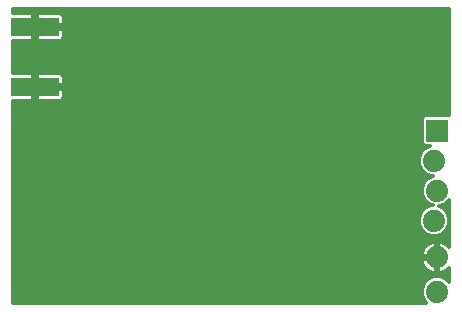
<source format=gbl>
G75*
G70*
%OFA0B0*%
%FSLAX24Y24*%
%IPPOS*%
%LPD*%
%AMOC8*
5,1,8,0,0,1.08239X$1,22.5*
%
%ADD10R,0.1600X0.0600*%
%ADD11R,0.0740X0.0740*%
%ADD12C,0.0740*%
%ADD13C,0.0120*%
%ADD14C,0.0396*%
D10*
X001300Y007750D03*
X001300Y009750D03*
D11*
X014700Y006300D03*
D12*
X014600Y005300D03*
X014700Y004300D03*
X014600Y003300D03*
X014700Y002070D03*
X014700Y000930D03*
D13*
X000560Y000560D02*
X000560Y007290D01*
X001240Y007290D01*
X001240Y007690D01*
X001360Y007690D01*
X001360Y007810D01*
X001240Y007810D01*
X001240Y008210D01*
X000560Y008210D01*
X000560Y009290D01*
X001240Y009290D01*
X001240Y009690D01*
X001360Y009690D01*
X001360Y009810D01*
X001240Y009810D01*
X001240Y010210D01*
X000560Y010210D01*
X000560Y010336D01*
X015110Y010336D01*
X015110Y006810D01*
X014272Y006810D01*
X014190Y006728D01*
X014190Y005872D01*
X014272Y005790D01*
X014450Y005790D01*
X014311Y005732D01*
X014168Y005589D01*
X014090Y005401D01*
X014090Y005199D01*
X014168Y005011D01*
X014311Y004868D01*
X014499Y004790D01*
X014550Y004790D01*
X014411Y004732D01*
X014268Y004589D01*
X014190Y004401D01*
X014190Y004199D01*
X014268Y004011D01*
X014411Y003868D01*
X014550Y003810D01*
X014499Y003810D01*
X014311Y003732D01*
X014168Y003589D01*
X014090Y003401D01*
X014090Y003199D01*
X014168Y003011D01*
X014311Y002868D01*
X014499Y002790D01*
X014701Y002790D01*
X014889Y002868D01*
X015032Y003011D01*
X015110Y003199D01*
X015110Y003401D01*
X015032Y003589D01*
X014889Y003732D01*
X014750Y003790D01*
X014801Y003790D01*
X014989Y003868D01*
X015110Y003989D01*
X015110Y002407D01*
X015104Y002415D01*
X015045Y002474D01*
X014978Y002523D01*
X014903Y002561D01*
X014824Y002587D01*
X014742Y002600D01*
X014740Y002600D01*
X014740Y002110D01*
X014660Y002110D01*
X014660Y002600D01*
X014658Y002600D01*
X014576Y002587D01*
X014497Y002561D01*
X014422Y002523D01*
X014355Y002474D01*
X014296Y002415D01*
X014247Y002348D01*
X014209Y002273D01*
X014183Y002194D01*
X014170Y002112D01*
X014170Y002110D01*
X014660Y002110D01*
X014660Y002030D01*
X014740Y002030D01*
X014740Y001540D01*
X014742Y001540D01*
X014824Y001553D01*
X014903Y001579D01*
X014978Y001617D01*
X015045Y001666D01*
X015104Y001725D01*
X015110Y001733D01*
X015110Y001241D01*
X014989Y001362D01*
X014801Y001440D01*
X014599Y001440D01*
X014411Y001362D01*
X014268Y001219D01*
X014190Y001031D01*
X014190Y000829D01*
X014268Y000641D01*
X014349Y000560D01*
X000560Y000560D01*
X000560Y000630D02*
X014279Y000630D01*
X014223Y000748D02*
X000560Y000748D01*
X000560Y000867D02*
X014190Y000867D01*
X014190Y000985D02*
X000560Y000985D01*
X000560Y001104D02*
X014220Y001104D01*
X014271Y001222D02*
X000560Y001222D01*
X000560Y001341D02*
X014389Y001341D01*
X014497Y001579D02*
X014576Y001553D01*
X014658Y001540D01*
X014660Y001540D01*
X014660Y002030D01*
X014170Y002030D01*
X014170Y002028D01*
X014183Y001946D01*
X014209Y001867D01*
X014247Y001792D01*
X014296Y001725D01*
X014355Y001666D01*
X014422Y001617D01*
X014497Y001579D01*
X014501Y001578D02*
X000560Y001578D01*
X000560Y001696D02*
X014324Y001696D01*
X014235Y001815D02*
X000560Y001815D01*
X000560Y001933D02*
X014187Y001933D01*
X014179Y002170D02*
X000560Y002170D01*
X000560Y002052D02*
X014660Y002052D01*
X014660Y002170D02*
X014740Y002170D01*
X014740Y002289D02*
X014660Y002289D01*
X014660Y002407D02*
X014740Y002407D01*
X014740Y002526D02*
X014660Y002526D01*
X014427Y002526D02*
X000560Y002526D01*
X000560Y002644D02*
X015110Y002644D01*
X015110Y002526D02*
X014973Y002526D01*
X015110Y002763D02*
X000560Y002763D01*
X000560Y002881D02*
X014298Y002881D01*
X014179Y003000D02*
X000560Y003000D01*
X000560Y003118D02*
X014123Y003118D01*
X014090Y003237D02*
X000560Y003237D01*
X000560Y003355D02*
X014090Y003355D01*
X014120Y003474D02*
X000560Y003474D01*
X000560Y003592D02*
X014171Y003592D01*
X014289Y003711D02*
X000560Y003711D01*
X000560Y003829D02*
X014504Y003829D01*
X014331Y003948D02*
X000560Y003948D01*
X000560Y004066D02*
X014245Y004066D01*
X014196Y004185D02*
X000560Y004185D01*
X000560Y004303D02*
X014190Y004303D01*
X014198Y004422D02*
X000560Y004422D01*
X000560Y004540D02*
X014247Y004540D01*
X014337Y004659D02*
X000560Y004659D01*
X000560Y004777D02*
X014519Y004777D01*
X014283Y004896D02*
X000560Y004896D01*
X000560Y005014D02*
X014166Y005014D01*
X014117Y005133D02*
X000560Y005133D01*
X000560Y005251D02*
X014090Y005251D01*
X014090Y005370D02*
X000560Y005370D01*
X000560Y005488D02*
X014126Y005488D01*
X014185Y005607D02*
X000560Y005607D01*
X000560Y005725D02*
X014304Y005725D01*
X014218Y005844D02*
X000560Y005844D01*
X000560Y005962D02*
X014190Y005962D01*
X014190Y006081D02*
X000560Y006081D01*
X000560Y006199D02*
X014190Y006199D01*
X014190Y006318D02*
X000560Y006318D01*
X000560Y006436D02*
X014190Y006436D01*
X014190Y006555D02*
X000560Y006555D01*
X000560Y006673D02*
X014190Y006673D01*
X014254Y006792D02*
X000560Y006792D01*
X000560Y006910D02*
X015110Y006910D01*
X015110Y007029D02*
X000560Y007029D01*
X000560Y007147D02*
X015110Y007147D01*
X015110Y007266D02*
X000560Y007266D01*
X001240Y007384D02*
X001360Y007384D01*
X001360Y007290D02*
X002121Y007290D01*
X002162Y007301D01*
X002198Y007322D01*
X002228Y007352D01*
X002249Y007388D01*
X002260Y007429D01*
X002260Y007690D01*
X001360Y007690D01*
X001360Y007290D01*
X001360Y007503D02*
X001240Y007503D01*
X001240Y007621D02*
X001360Y007621D01*
X001360Y007740D02*
X015110Y007740D01*
X015110Y007621D02*
X002260Y007621D01*
X002260Y007503D02*
X015110Y007503D01*
X015110Y007384D02*
X002247Y007384D01*
X002260Y007810D02*
X002260Y008071D01*
X002249Y008112D01*
X002228Y008148D01*
X002198Y008178D01*
X002162Y008199D01*
X002121Y008210D01*
X001360Y008210D01*
X001360Y007810D01*
X002260Y007810D01*
X002260Y007858D02*
X015110Y007858D01*
X015110Y007977D02*
X002260Y007977D01*
X002254Y008095D02*
X015110Y008095D01*
X015110Y008214D02*
X000560Y008214D01*
X000560Y008332D02*
X015110Y008332D01*
X015110Y008451D02*
X000560Y008451D01*
X000560Y008569D02*
X015110Y008569D01*
X015110Y008688D02*
X000560Y008688D01*
X000560Y008806D02*
X015110Y008806D01*
X015110Y008925D02*
X000560Y008925D01*
X000560Y009043D02*
X015110Y009043D01*
X015110Y009162D02*
X000560Y009162D01*
X000560Y009280D02*
X015110Y009280D01*
X015110Y009399D02*
X002252Y009399D01*
X002249Y009388D02*
X002260Y009429D01*
X002260Y009690D01*
X001360Y009690D01*
X001360Y009290D01*
X002121Y009290D01*
X002162Y009301D01*
X002198Y009322D01*
X002228Y009352D01*
X002249Y009388D01*
X002260Y009517D02*
X015110Y009517D01*
X015110Y009636D02*
X002260Y009636D01*
X002260Y009810D02*
X002260Y010071D01*
X002249Y010112D01*
X002228Y010148D01*
X002198Y010178D01*
X002162Y010199D01*
X002121Y010210D01*
X001360Y010210D01*
X001360Y009810D01*
X002260Y009810D01*
X002260Y009873D02*
X015110Y009873D01*
X015110Y009991D02*
X002260Y009991D01*
X002250Y010110D02*
X015110Y010110D01*
X015110Y010228D02*
X000560Y010228D01*
X001240Y010110D02*
X001360Y010110D01*
X001360Y009991D02*
X001240Y009991D01*
X001240Y009873D02*
X001360Y009873D01*
X001360Y009754D02*
X015110Y009754D01*
X015069Y003948D02*
X015110Y003948D01*
X015110Y003829D02*
X014896Y003829D01*
X014911Y003711D02*
X015110Y003711D01*
X015110Y003592D02*
X015029Y003592D01*
X015080Y003474D02*
X015110Y003474D01*
X015110Y003355D02*
X015110Y003355D01*
X015110Y003237D02*
X015110Y003237D01*
X015110Y003118D02*
X015077Y003118D01*
X015110Y003000D02*
X015021Y003000D01*
X015110Y002881D02*
X014902Y002881D01*
X014290Y002407D02*
X000560Y002407D01*
X000560Y002289D02*
X014217Y002289D01*
X014660Y001933D02*
X014740Y001933D01*
X014740Y001815D02*
X014660Y001815D01*
X014660Y001696D02*
X014740Y001696D01*
X014740Y001578D02*
X014660Y001578D01*
X014899Y001578D02*
X015110Y001578D01*
X015110Y001696D02*
X015076Y001696D01*
X015110Y001459D02*
X000560Y001459D01*
X001240Y007858D02*
X001360Y007858D01*
X001360Y007977D02*
X001240Y007977D01*
X001240Y008095D02*
X001360Y008095D01*
X001360Y009399D02*
X001240Y009399D01*
X001240Y009517D02*
X001360Y009517D01*
X001360Y009636D02*
X001240Y009636D01*
X015011Y001341D02*
X015110Y001341D01*
D14*
X013400Y001400D03*
X013650Y006500D03*
X013500Y009800D03*
X003500Y010150D03*
X001350Y007150D03*
M02*

</source>
